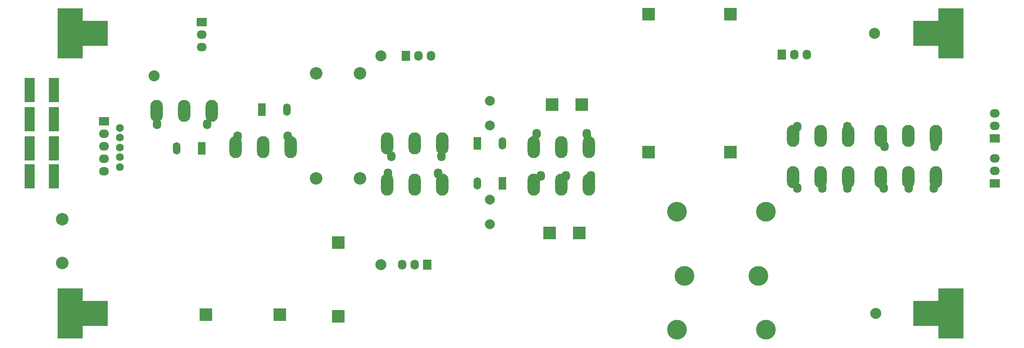
<source format=gbr>
G04 #@! TF.FileFunction,Soldermask,Bot*
%FSLAX46Y46*%
G04 Gerber Fmt 4.6, Leading zero omitted, Abs format (unit mm)*
G04 Created by KiCad (PCBNEW 4.0.1-stable) date 12/11/2016 23:05:32*
%MOMM*%
G01*
G04 APERTURE LIST*
%ADD10C,0.100000*%
%ADD11R,2.100000X5.000000*%
%ADD12C,4.000000*%
%ADD13O,2.499360X4.500880*%
%ADD14C,2.540000*%
%ADD15R,2.500000X2.500000*%
%ADD16C,2.000000*%
%ADD17R,5.080000X5.080000*%
%ADD18R,1.501140X2.499360*%
%ADD19O,1.501140X2.499360*%
%ADD20C,2.235200*%
%ADD21R,1.727200X2.032000*%
%ADD22O,1.727200X2.032000*%
%ADD23R,2.032000X1.727200*%
%ADD24O,2.032000X1.727200*%
%ADD25C,1.600000*%
G04 APERTURE END LIST*
D10*
D11*
X2714000Y61871000D03*
X7614000Y61871000D03*
X2714000Y55971000D03*
X7614000Y55971000D03*
X2714000Y50071000D03*
X7614000Y50071000D03*
X2714000Y44371000D03*
X7614000Y44371000D03*
D12*
X135502000Y24167000D03*
X150502000Y24167000D03*
X134002000Y37167000D03*
X152002000Y37167000D03*
X152002000Y13167000D03*
X134002000Y13167000D03*
D13*
X80772000Y42709000D03*
X86360000Y42709000D03*
X75184000Y42709000D03*
D14*
X60833000Y43979000D03*
X69723000Y43979000D03*
X69723000Y65315000D03*
X60833000Y65315000D03*
D15*
X53474000Y16293000D03*
X38474000Y16293000D03*
X65278000Y30905000D03*
X65278000Y15905000D03*
X108122000Y32847000D03*
X114122000Y32847000D03*
X144780000Y49283000D03*
X144780000Y77283000D03*
X114622000Y58947000D03*
X108622000Y58947000D03*
D16*
X96012000Y54687000D03*
X96012000Y59687000D03*
X96012000Y39621000D03*
X96012000Y34621000D03*
D17*
X10922000Y70903000D03*
X16002000Y73443000D03*
X10922000Y75983000D03*
X10922000Y14007000D03*
X16002000Y16547000D03*
X10922000Y19087000D03*
X189484000Y75983000D03*
X184404000Y73443000D03*
X189484000Y70903000D03*
X189484000Y19087000D03*
X184404000Y16547000D03*
X189484000Y14007000D03*
D14*
X9314000Y35616000D03*
X9314000Y26726000D03*
D18*
X37592000Y50075000D03*
D19*
X32512000Y50075000D03*
D18*
X49784000Y57949000D03*
D19*
X54864000Y57949000D03*
D18*
X98580000Y42943000D03*
D19*
X93500000Y42943000D03*
D18*
X93500000Y51071000D03*
D19*
X98580000Y51071000D03*
D13*
X50038000Y50329000D03*
X55626000Y50329000D03*
X44450000Y50329000D03*
X34036000Y57695000D03*
X28448000Y57695000D03*
X39624000Y57695000D03*
X80772000Y51091000D03*
X75184000Y51091000D03*
X86360000Y51091000D03*
X110490000Y42709000D03*
X116078000Y42709000D03*
X104902000Y42709000D03*
X110490000Y50329000D03*
X104902000Y50329000D03*
X116078000Y50329000D03*
X163068000Y52615000D03*
X157480000Y52615000D03*
X168656000Y52615000D03*
X163068000Y44233000D03*
X168656000Y44233000D03*
X157480000Y44233000D03*
X180848000Y52615000D03*
X175260000Y52615000D03*
X186436000Y52615000D03*
X180848000Y44233000D03*
X186436000Y44233000D03*
X175260000Y44233000D03*
D20*
X73914000Y26453000D03*
D21*
X83312000Y26453000D03*
D22*
X80772000Y26453000D03*
X78232000Y26453000D03*
D21*
X78994000Y68871000D03*
D22*
X81534000Y68871000D03*
X84074000Y68871000D03*
D21*
X155194000Y69125000D03*
D22*
X157734000Y69125000D03*
X160274000Y69125000D03*
D23*
X37592000Y75729000D03*
D24*
X37592000Y73189000D03*
X37592000Y70649000D03*
D23*
X198374000Y42963000D03*
D24*
X198374000Y45503000D03*
X198374000Y48043000D03*
D20*
X174244000Y16547000D03*
D23*
X198374000Y52107000D03*
D24*
X198374000Y54647000D03*
X198374000Y57187000D03*
D20*
X173990000Y73443000D03*
X27940000Y64807000D03*
D22*
X28514000Y54971000D03*
X38674000Y54971000D03*
X55014000Y52471000D03*
X44854000Y52471000D03*
X76014000Y48471000D03*
X86174000Y48471000D03*
X85514000Y44971000D03*
X75354000Y44971000D03*
X105514000Y52971000D03*
X115674000Y52971000D03*
X116514000Y44471000D03*
X111434000Y44471000D03*
X106354000Y44471000D03*
X158354000Y54471000D03*
X168514000Y54471000D03*
X168514000Y41971000D03*
X163434000Y41971000D03*
X158354000Y41971000D03*
X176014000Y50471000D03*
X186174000Y50471000D03*
X186014000Y41971000D03*
X180934000Y41971000D03*
X175854000Y41971000D03*
D25*
X21014000Y54221000D03*
X21014000Y52221000D03*
X21014000Y50221000D03*
X21014000Y48221000D03*
X21014000Y46221000D03*
D23*
X17764000Y55551000D03*
D24*
X17764000Y53011000D03*
X17764000Y50471000D03*
X17764000Y47931000D03*
X17764000Y45391000D03*
D20*
X73914000Y68871000D03*
D15*
X128214000Y77271000D03*
X128214000Y49271000D03*
M02*

</source>
